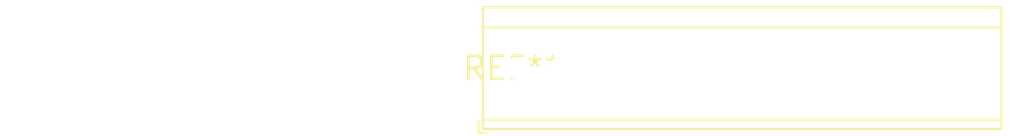
<source format=kicad_pcb>
(kicad_pcb (version 20240108) (generator pcbnew)
  (layers (0 "F.Cu" signal) (31 "B.Cu" signal) (34 "B.Paste" user) (35 "F.Paste" user) (36 "B.SilkS" user "B.Silkscreen") (37 "F.SilkS" user "F.Silkscreen") (38 "B.Mask" user) (39 "F.Mask" user) (44 "Edge.Cuts" user))
  (net 0 "")
  (footprint "TerminalBlock_TE_1-282834-1_1x11_P2.54mm_Horizontal" (layer "F.Cu") (at 0 0)
    (property "Reference" "REF**")
    (property "Value" "TerminalBlock_TE_1-282834-1_1x11_P2.54mm_Horizontal")
    (fp_line (start -1.86 2.97) (end -1.86 3.61) (layer "F.SilkS") (stroke (width 0.12)))
    (fp_line (start -1.86 3.61) (end -1.46 3.61) (layer "F.SilkS") (stroke (width 0.12)))
    (fp_line (start -1.62 -3.37) (end -1.62 3.37) (layer "F.SilkS") (stroke (width 0.12)))
    (fp_line (start -1.62 -3.37) (end 27.02 -3.37) (layer "F.SilkS") (stroke (width 0.12)))
    (fp_line (start -1.62 -2.25) (end 27.02 -2.25) (layer "F.SilkS") (stroke (width 0.12)))
    (fp_line (start -1.62 2.85) (end 27.02 2.85) (layer "F.SilkS") (stroke (width 0.12)))
    (fp_line (start -1.62 3.37) (end 27.02 3.37) (layer "F.SilkS") (stroke (width 0.12)))
    (fp_line (start 27.02 -3.37) (end 27.02 3.37) (layer "F.SilkS") (stroke (width 0.12)))
    (pad "1" thru_hole rect (at 0 0) (size 2.1 2.1) (drill 1.1) (layers *.Cu *.Mask) (remove_unused_layers))
    (pad "2" thru_hole circle (at 2.54 0) (size 2.1 2.1) (drill 1.1) (layers *.Cu *.Mask) (remove_unused_layers))
    (pad "3" thru_hole circle (at 5.08 0) (size 2.1 2.1) (drill 1.1) (layers *.Cu *.Mask) (remove_unused_layers))
    (pad "4" thru_hole circle (at 7.62 0) (size 2.1 2.1) (drill 1.1) (layers *.Cu *.Mask) (remove_unused_layers))
    (pad "5" thru_hole circle (at 10.16 0) (size 2.1 2.1) (drill 1.1) (layers *.Cu *.Mask) (remove_unused_layers))
    (pad "6" thru_hole circle (at 12.7 0) (size 2.1 2.1) (drill 1.1) (layers *.Cu *.Mask) (remove_unused_layers))
    (pad "7" thru_hole circle (at 15.24 0) (size 2.1 2.1) (drill 1.1) (layers *.Cu *.Mask) (remove_unused_layers))
    (pad "8" thru_hole circle (at 17.78 0) (size 2.1 2.1) (drill 1.1) (layers *.Cu *.Mask) (remove_unused_layers))
    (pad "9" thru_hole circle (at 20.32 0) (size 2.1 2.1) (drill 1.1) (layers *.Cu *.Mask) (remove_unused_layers))
    (pad "10" thru_hole circle (at 22.86 0) (size 2.1 2.1) (drill 1.1) (layers *.Cu *.Mask) (remove_unused_layers))
    (pad "11" thru_hole circle (at 25.4 0) (size 2.1 2.1) (drill 1.1) (layers *.Cu *.Mask) (remove_unused_layers))
  )
)
</source>
